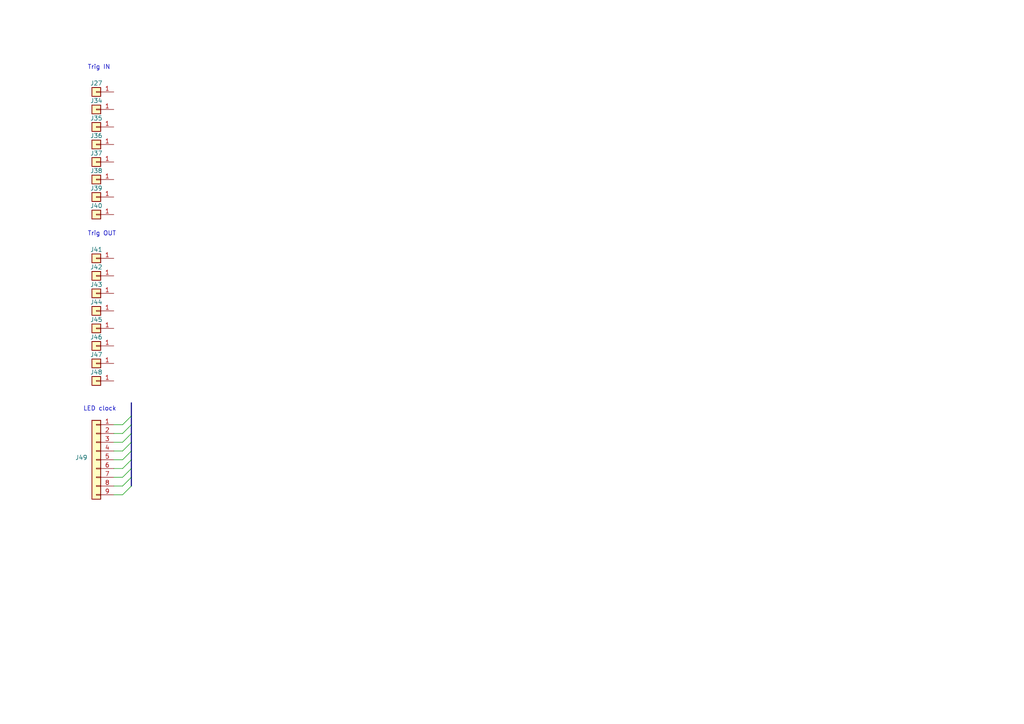
<source format=kicad_sch>
(kicad_sch (version 20230121) (generator eeschema)

  (uuid 75caea83-c280-4a88-ae50-7316494c3ae9)

  (paper "A4")

  (lib_symbols
    (symbol "Connector_Generic:Conn_01x01" (pin_names (offset 1.016) hide) (in_bom yes) (on_board yes)
      (property "Reference" "J" (at 0 2.54 0)
        (effects (font (size 1.27 1.27)))
      )
      (property "Value" "Conn_01x01" (at 0 -2.54 0)
        (effects (font (size 1.27 1.27)))
      )
      (property "Footprint" "" (at 0 0 0)
        (effects (font (size 1.27 1.27)) hide)
      )
      (property "Datasheet" "~" (at 0 0 0)
        (effects (font (size 1.27 1.27)) hide)
      )
      (property "ki_keywords" "connector" (at 0 0 0)
        (effects (font (size 1.27 1.27)) hide)
      )
      (property "ki_description" "Generic connector, single row, 01x01, script generated (kicad-library-utils/schlib/autogen/connector/)" (at 0 0 0)
        (effects (font (size 1.27 1.27)) hide)
      )
      (property "ki_fp_filters" "Connector*:*_1x??_*" (at 0 0 0)
        (effects (font (size 1.27 1.27)) hide)
      )
      (symbol "Conn_01x01_1_1"
        (rectangle (start -1.27 0.127) (end 0 -0.127)
          (stroke (width 0.1524) (type default))
          (fill (type none))
        )
        (rectangle (start -1.27 1.27) (end 1.27 -1.27)
          (stroke (width 0.254) (type default))
          (fill (type background))
        )
        (pin passive line (at -5.08 0 0) (length 3.81)
          (name "Pin_1" (effects (font (size 1.27 1.27))))
          (number "1" (effects (font (size 1.27 1.27))))
        )
      )
    )
    (symbol "Connector_Generic:Conn_01x09" (pin_names (offset 1.016) hide) (in_bom yes) (on_board yes)
      (property "Reference" "J" (at 0 12.7 0)
        (effects (font (size 1.27 1.27)))
      )
      (property "Value" "Conn_01x09" (at 0 -12.7 0)
        (effects (font (size 1.27 1.27)))
      )
      (property "Footprint" "" (at 0 0 0)
        (effects (font (size 1.27 1.27)) hide)
      )
      (property "Datasheet" "~" (at 0 0 0)
        (effects (font (size 1.27 1.27)) hide)
      )
      (property "ki_keywords" "connector" (at 0 0 0)
        (effects (font (size 1.27 1.27)) hide)
      )
      (property "ki_description" "Generic connector, single row, 01x09, script generated (kicad-library-utils/schlib/autogen/connector/)" (at 0 0 0)
        (effects (font (size 1.27 1.27)) hide)
      )
      (property "ki_fp_filters" "Connector*:*_1x??_*" (at 0 0 0)
        (effects (font (size 1.27 1.27)) hide)
      )
      (symbol "Conn_01x09_1_1"
        (rectangle (start -1.27 -10.033) (end 0 -10.287)
          (stroke (width 0.1524) (type default))
          (fill (type none))
        )
        (rectangle (start -1.27 -7.493) (end 0 -7.747)
          (stroke (width 0.1524) (type default))
          (fill (type none))
        )
        (rectangle (start -1.27 -4.953) (end 0 -5.207)
          (stroke (width 0.1524) (type default))
          (fill (type none))
        )
        (rectangle (start -1.27 -2.413) (end 0 -2.667)
          (stroke (width 0.1524) (type default))
          (fill (type none))
        )
        (rectangle (start -1.27 0.127) (end 0 -0.127)
          (stroke (width 0.1524) (type default))
          (fill (type none))
        )
        (rectangle (start -1.27 2.667) (end 0 2.413)
          (stroke (width 0.1524) (type default))
          (fill (type none))
        )
        (rectangle (start -1.27 5.207) (end 0 4.953)
          (stroke (width 0.1524) (type default))
          (fill (type none))
        )
        (rectangle (start -1.27 7.747) (end 0 7.493)
          (stroke (width 0.1524) (type default))
          (fill (type none))
        )
        (rectangle (start -1.27 10.287) (end 0 10.033)
          (stroke (width 0.1524) (type default))
          (fill (type none))
        )
        (rectangle (start -1.27 11.43) (end 1.27 -11.43)
          (stroke (width 0.254) (type default))
          (fill (type background))
        )
        (pin passive line (at -5.08 10.16 0) (length 3.81)
          (name "Pin_1" (effects (font (size 1.27 1.27))))
          (number "1" (effects (font (size 1.27 1.27))))
        )
        (pin passive line (at -5.08 7.62 0) (length 3.81)
          (name "Pin_2" (effects (font (size 1.27 1.27))))
          (number "2" (effects (font (size 1.27 1.27))))
        )
        (pin passive line (at -5.08 5.08 0) (length 3.81)
          (name "Pin_3" (effects (font (size 1.27 1.27))))
          (number "3" (effects (font (size 1.27 1.27))))
        )
        (pin passive line (at -5.08 2.54 0) (length 3.81)
          (name "Pin_4" (effects (font (size 1.27 1.27))))
          (number "4" (effects (font (size 1.27 1.27))))
        )
        (pin passive line (at -5.08 0 0) (length 3.81)
          (name "Pin_5" (effects (font (size 1.27 1.27))))
          (number "5" (effects (font (size 1.27 1.27))))
        )
        (pin passive line (at -5.08 -2.54 0) (length 3.81)
          (name "Pin_6" (effects (font (size 1.27 1.27))))
          (number "6" (effects (font (size 1.27 1.27))))
        )
        (pin passive line (at -5.08 -5.08 0) (length 3.81)
          (name "Pin_7" (effects (font (size 1.27 1.27))))
          (number "7" (effects (font (size 1.27 1.27))))
        )
        (pin passive line (at -5.08 -7.62 0) (length 3.81)
          (name "Pin_8" (effects (font (size 1.27 1.27))))
          (number "8" (effects (font (size 1.27 1.27))))
        )
        (pin passive line (at -5.08 -10.16 0) (length 3.81)
          (name "Pin_9" (effects (font (size 1.27 1.27))))
          (number "9" (effects (font (size 1.27 1.27))))
        )
      )
    )
  )


  (bus_entry (at 38.1 125.73) (size -2.54 2.54)
    (stroke (width 0) (type default))
    (uuid 3873a436-9da4-4cae-b182-16478e62c9f8)
  )
  (bus_entry (at 38.1 133.35) (size -2.54 2.54)
    (stroke (width 0) (type default))
    (uuid 418d431e-3be8-49f8-97e5-12e5e915abcf)
  )
  (bus_entry (at 38.1 130.81) (size -2.54 2.54)
    (stroke (width 0) (type default))
    (uuid 47c581c2-054a-4185-b072-f7d42b0e2451)
  )
  (bus_entry (at 38.1 120.65) (size -2.54 2.54)
    (stroke (width 0) (type default))
    (uuid 6bc0a050-8c19-44f5-8324-9677ce854e5e)
  )
  (bus_entry (at 38.1 128.27) (size -2.54 2.54)
    (stroke (width 0) (type default))
    (uuid 72c96c37-6c78-4133-bb18-b21fa0eb377f)
  )
  (bus_entry (at 38.1 140.97) (size -2.54 2.54)
    (stroke (width 0) (type default))
    (uuid a1d60845-3bce-45d6-981c-1dcb366b1c08)
  )
  (bus_entry (at 38.1 138.43) (size -2.54 2.54)
    (stroke (width 0) (type default))
    (uuid d7b6a6cc-78a0-42ad-ab42-5256ca18c5cd)
  )
  (bus_entry (at 38.1 123.19) (size -2.54 2.54)
    (stroke (width 0) (type default))
    (uuid f4346f97-8fc0-4051-b357-9b96a09f65c4)
  )
  (bus_entry (at 38.1 135.89) (size -2.54 2.54)
    (stroke (width 0) (type default))
    (uuid f63318c4-b6e8-4f83-98e8-24c2402c2691)
  )

  (bus (pts (xy 38.1 138.43) (xy 38.1 140.97))
    (stroke (width 0) (type default))
    (uuid 071c0c87-bddb-41bf-9ebf-c77432dceb85)
  )

  (wire (pts (xy 33.02 123.19) (xy 35.56 123.19))
    (stroke (width 0) (type default))
    (uuid 1826e409-a5b6-46b7-b45a-2dc0ad7c95d4)
  )
  (wire (pts (xy 33.02 128.27) (xy 35.56 128.27))
    (stroke (width 0) (type default))
    (uuid 22d45aa0-7bdb-4759-962c-621076611e0d)
  )
  (wire (pts (xy 33.02 140.97) (xy 35.56 140.97))
    (stroke (width 0) (type default))
    (uuid 3775c778-88aa-4b81-9ddc-d6051a2a75d5)
  )
  (wire (pts (xy 33.02 138.43) (xy 35.56 138.43))
    (stroke (width 0) (type default))
    (uuid 443e0509-bce7-4212-9291-77ca8f69a95c)
  )
  (bus (pts (xy 38.1 133.35) (xy 38.1 135.89))
    (stroke (width 0) (type default))
    (uuid 4819a1d2-8d9c-4970-900c-bd69cf0fb8d1)
  )

  (wire (pts (xy 33.02 130.81) (xy 35.56 130.81))
    (stroke (width 0) (type default))
    (uuid 5ddf2f9e-85cd-4eec-94dc-4d3c26375a09)
  )
  (wire (pts (xy 33.02 143.51) (xy 35.56 143.51))
    (stroke (width 0) (type default))
    (uuid 74695dd3-1cfc-4c59-b7bc-490373b5590b)
  )
  (bus (pts (xy 38.1 135.89) (xy 38.1 138.43))
    (stroke (width 0) (type default))
    (uuid 845e595b-ba04-465c-aa3e-80afe541040c)
  )

  (wire (pts (xy 33.02 133.35) (xy 35.56 133.35))
    (stroke (width 0) (type default))
    (uuid 84c93d6a-7acc-43a6-ab5b-c59ff521eb54)
  )
  (wire (pts (xy 33.02 125.73) (xy 35.56 125.73))
    (stroke (width 0) (type default))
    (uuid 946341f7-acde-4181-8bf7-39a6f01c42c5)
  )
  (bus (pts (xy 38.1 128.27) (xy 38.1 130.81))
    (stroke (width 0) (type default))
    (uuid a1f63661-18b8-4069-8340-52db63f49cae)
  )
  (bus (pts (xy 38.1 116.84) (xy 38.1 120.65))
    (stroke (width 0) (type default))
    (uuid b96b2ff9-fc41-454a-97d8-92b3f8c3bfcf)
  )
  (bus (pts (xy 38.1 120.65) (xy 38.1 123.19))
    (stroke (width 0) (type default))
    (uuid c7824da2-5415-49e8-abb1-9faed7aa7a7a)
  )
  (bus (pts (xy 38.1 125.73) (xy 38.1 128.27))
    (stroke (width 0) (type default))
    (uuid c9b10397-70c4-4846-8bee-af32e67813c2)
  )
  (bus (pts (xy 38.1 123.19) (xy 38.1 125.73))
    (stroke (width 0) (type default))
    (uuid cfeaafbd-e83a-458e-b041-16a81bd611c2)
  )
  (bus (pts (xy 38.1 130.81) (xy 38.1 133.35))
    (stroke (width 0) (type default))
    (uuid dcf46ce6-7a00-43ff-8297-6ac657e582b9)
  )

  (wire (pts (xy 33.02 135.89) (xy 35.56 135.89))
    (stroke (width 0) (type default))
    (uuid f5319a5f-2982-4034-b7e0-498eefeb9cac)
  )

  (text "Trig IN" (at 25.4 20.32 0)
    (effects (font (size 1.27 1.27)) (justify left bottom))
    (uuid 48b18c47-7650-49c8-b754-4e82334dd662)
  )
  (text "LED clock" (at 24.13 119.38 0)
    (effects (font (size 1.27 1.27)) (justify left bottom))
    (uuid 62611a8e-bd87-46a9-95a3-8505fd97a72e)
  )
  (text "Trig OUT" (at 25.4 68.58 0)
    (effects (font (size 1.27 1.27)) (justify left bottom))
    (uuid c6538138-7b77-4dca-8299-a09dcc3ef3ea)
  )

  (symbol (lib_id "Connector_Generic:Conn_01x01") (at 27.94 110.49 180) (unit 1)
    (in_bom yes) (on_board yes) (dnp no)
    (uuid 1ce3749e-5559-477c-900b-389458b821b7)
    (property "Reference" "J48" (at 27.94 107.95 0)
      (effects (font (size 1.27 1.27)))
    )
    (property "Value" "Conn_01x01" (at 27.94 107.95 0)
      (effects (font (size 1.27 1.27)) hide)
    )
    (property "Footprint" "" (at 27.94 110.49 0)
      (effects (font (size 1.27 1.27)) hide)
    )
    (property "Datasheet" "~" (at 27.94 110.49 0)
      (effects (font (size 1.27 1.27)) hide)
    )
    (pin "1" (uuid 12f992a9-2dc1-4d36-adbb-9c9b0687f293))
    (instances
      (project "dio_box"
        (path "/617a7c5d-26e4-40f1-8dc6-da0df3aa4d83/2a126c68-7bad-474c-bcd3-909e047e1c7b"
          (reference "J48") (unit 1)
        )
      )
    )
  )

  (symbol (lib_id "Connector_Generic:Conn_01x01") (at 27.94 52.07 180) (unit 1)
    (in_bom yes) (on_board yes) (dnp no)
    (uuid 287e197a-2571-4b48-9aaf-16aa1d1938d2)
    (property "Reference" "J38" (at 27.94 49.53 0)
      (effects (font (size 1.27 1.27)))
    )
    (property "Value" "Conn_01x01" (at 27.94 49.53 0)
      (effects (font (size 1.27 1.27)) hide)
    )
    (property "Footprint" "" (at 27.94 52.07 0)
      (effects (font (size 1.27 1.27)) hide)
    )
    (property "Datasheet" "~" (at 27.94 52.07 0)
      (effects (font (size 1.27 1.27)) hide)
    )
    (pin "1" (uuid 54a96b6f-2860-4184-9096-65c53eb3dc37))
    (instances
      (project "dio_box"
        (path "/617a7c5d-26e4-40f1-8dc6-da0df3aa4d83/2a126c68-7bad-474c-bcd3-909e047e1c7b"
          (reference "J38") (unit 1)
        )
      )
    )
  )

  (symbol (lib_id "Connector_Generic:Conn_01x01") (at 27.94 90.17 180) (unit 1)
    (in_bom yes) (on_board yes) (dnp no)
    (uuid 365f27cc-3148-44c1-abec-01e6fbf2dc12)
    (property "Reference" "J44" (at 27.94 87.63 0)
      (effects (font (size 1.27 1.27)))
    )
    (property "Value" "Conn_01x01" (at 27.94 87.63 0)
      (effects (font (size 1.27 1.27)) hide)
    )
    (property "Footprint" "" (at 27.94 90.17 0)
      (effects (font (size 1.27 1.27)) hide)
    )
    (property "Datasheet" "~" (at 27.94 90.17 0)
      (effects (font (size 1.27 1.27)) hide)
    )
    (pin "1" (uuid 77b5d6af-c7f0-41ec-a644-fbb8b24a7e8a))
    (instances
      (project "dio_box"
        (path "/617a7c5d-26e4-40f1-8dc6-da0df3aa4d83/2a126c68-7bad-474c-bcd3-909e047e1c7b"
          (reference "J44") (unit 1)
        )
      )
    )
  )

  (symbol (lib_id "Connector_Generic:Conn_01x01") (at 27.94 41.91 180) (unit 1)
    (in_bom yes) (on_board yes) (dnp no)
    (uuid 4d3ec8cd-c3de-4ba2-9457-37ec16839f9b)
    (property "Reference" "J36" (at 27.94 39.37 0)
      (effects (font (size 1.27 1.27)))
    )
    (property "Value" "Conn_01x01" (at 27.94 39.37 0)
      (effects (font (size 1.27 1.27)) hide)
    )
    (property "Footprint" "" (at 27.94 41.91 0)
      (effects (font (size 1.27 1.27)) hide)
    )
    (property "Datasheet" "~" (at 27.94 41.91 0)
      (effects (font (size 1.27 1.27)) hide)
    )
    (pin "1" (uuid 4767d827-1060-4033-93cb-087861fc05f7))
    (instances
      (project "dio_box"
        (path "/617a7c5d-26e4-40f1-8dc6-da0df3aa4d83/2a126c68-7bad-474c-bcd3-909e047e1c7b"
          (reference "J36") (unit 1)
        )
      )
    )
  )

  (symbol (lib_id "Connector_Generic:Conn_01x01") (at 27.94 31.75 180) (unit 1)
    (in_bom yes) (on_board yes) (dnp no)
    (uuid 577fc2df-3b40-4bd5-afd6-7f249f10b5d3)
    (property "Reference" "J34" (at 27.94 29.21 0)
      (effects (font (size 1.27 1.27)))
    )
    (property "Value" "Conn_01x01" (at 27.94 29.21 0)
      (effects (font (size 1.27 1.27)) hide)
    )
    (property "Footprint" "" (at 27.94 31.75 0)
      (effects (font (size 1.27 1.27)) hide)
    )
    (property "Datasheet" "~" (at 27.94 31.75 0)
      (effects (font (size 1.27 1.27)) hide)
    )
    (pin "1" (uuid 5466e3dd-aafe-438a-80bc-47de89b77fef))
    (instances
      (project "dio_box"
        (path "/617a7c5d-26e4-40f1-8dc6-da0df3aa4d83/2a126c68-7bad-474c-bcd3-909e047e1c7b"
          (reference "J34") (unit 1)
        )
      )
    )
  )

  (symbol (lib_id "Connector_Generic:Conn_01x01") (at 27.94 100.33 180) (unit 1)
    (in_bom yes) (on_board yes) (dnp no)
    (uuid 7496c879-ea3c-49e2-a4f7-1964b77cccf9)
    (property "Reference" "J46" (at 27.94 97.79 0)
      (effects (font (size 1.27 1.27)))
    )
    (property "Value" "Conn_01x01" (at 27.94 97.79 0)
      (effects (font (size 1.27 1.27)) hide)
    )
    (property "Footprint" "" (at 27.94 100.33 0)
      (effects (font (size 1.27 1.27)) hide)
    )
    (property "Datasheet" "~" (at 27.94 100.33 0)
      (effects (font (size 1.27 1.27)) hide)
    )
    (pin "1" (uuid 73b08557-4d89-4bfb-8f4f-cad9118e0e8d))
    (instances
      (project "dio_box"
        (path "/617a7c5d-26e4-40f1-8dc6-da0df3aa4d83/2a126c68-7bad-474c-bcd3-909e047e1c7b"
          (reference "J46") (unit 1)
        )
      )
    )
  )

  (symbol (lib_id "Connector_Generic:Conn_01x01") (at 27.94 95.25 180) (unit 1)
    (in_bom yes) (on_board yes) (dnp no)
    (uuid 87fd4b53-46b7-467c-a26d-7631496b6bb7)
    (property "Reference" "J45" (at 27.94 92.71 0)
      (effects (font (size 1.27 1.27)))
    )
    (property "Value" "Conn_01x01" (at 27.94 92.71 0)
      (effects (font (size 1.27 1.27)) hide)
    )
    (property "Footprint" "" (at 27.94 95.25 0)
      (effects (font (size 1.27 1.27)) hide)
    )
    (property "Datasheet" "~" (at 27.94 95.25 0)
      (effects (font (size 1.27 1.27)) hide)
    )
    (pin "1" (uuid 33ec0436-51f9-439c-88b4-d50d3b2d06d3))
    (instances
      (project "dio_box"
        (path "/617a7c5d-26e4-40f1-8dc6-da0df3aa4d83/2a126c68-7bad-474c-bcd3-909e047e1c7b"
          (reference "J45") (unit 1)
        )
      )
    )
  )

  (symbol (lib_id "Connector_Generic:Conn_01x01") (at 27.94 36.83 180) (unit 1)
    (in_bom yes) (on_board yes) (dnp no)
    (uuid 90f26b25-1879-4cc6-8932-e40daeec902f)
    (property "Reference" "J35" (at 27.94 34.29 0)
      (effects (font (size 1.27 1.27)))
    )
    (property "Value" "Conn_01x01" (at 27.94 34.29 0)
      (effects (font (size 1.27 1.27)) hide)
    )
    (property "Footprint" "" (at 27.94 36.83 0)
      (effects (font (size 1.27 1.27)) hide)
    )
    (property "Datasheet" "~" (at 27.94 36.83 0)
      (effects (font (size 1.27 1.27)) hide)
    )
    (pin "1" (uuid 2c4ddbcf-0a53-4f68-9405-755beb790154))
    (instances
      (project "dio_box"
        (path "/617a7c5d-26e4-40f1-8dc6-da0df3aa4d83/2a126c68-7bad-474c-bcd3-909e047e1c7b"
          (reference "J35") (unit 1)
        )
      )
    )
  )

  (symbol (lib_id "Connector_Generic:Conn_01x01") (at 27.94 74.93 180) (unit 1)
    (in_bom yes) (on_board yes) (dnp no)
    (uuid 9877d8b7-65ab-469a-b253-3e228a8921c4)
    (property "Reference" "J41" (at 27.94 72.39 0)
      (effects (font (size 1.27 1.27)))
    )
    (property "Value" "Conn_01x01" (at 27.94 72.39 0)
      (effects (font (size 1.27 1.27)) hide)
    )
    (property "Footprint" "" (at 27.94 74.93 0)
      (effects (font (size 1.27 1.27)) hide)
    )
    (property "Datasheet" "~" (at 27.94 74.93 0)
      (effects (font (size 1.27 1.27)) hide)
    )
    (pin "1" (uuid 2cb8b336-18b2-40ee-9331-0035b896f7f8))
    (instances
      (project "dio_box"
        (path "/617a7c5d-26e4-40f1-8dc6-da0df3aa4d83/2a126c68-7bad-474c-bcd3-909e047e1c7b"
          (reference "J41") (unit 1)
        )
      )
    )
  )

  (symbol (lib_id "Connector_Generic:Conn_01x01") (at 27.94 57.15 180) (unit 1)
    (in_bom yes) (on_board yes) (dnp no)
    (uuid 9a36471a-1fe5-41cb-bf7b-fc6d2d5a1f64)
    (property "Reference" "J39" (at 27.94 54.61 0)
      (effects (font (size 1.27 1.27)))
    )
    (property "Value" "Conn_01x01" (at 27.94 54.61 0)
      (effects (font (size 1.27 1.27)) hide)
    )
    (property "Footprint" "" (at 27.94 57.15 0)
      (effects (font (size 1.27 1.27)) hide)
    )
    (property "Datasheet" "~" (at 27.94 57.15 0)
      (effects (font (size 1.27 1.27)) hide)
    )
    (pin "1" (uuid 24693b67-25fd-4941-9ea6-068196af4469))
    (instances
      (project "dio_box"
        (path "/617a7c5d-26e4-40f1-8dc6-da0df3aa4d83/2a126c68-7bad-474c-bcd3-909e047e1c7b"
          (reference "J39") (unit 1)
        )
      )
    )
  )

  (symbol (lib_id "Connector_Generic:Conn_01x01") (at 27.94 85.09 180) (unit 1)
    (in_bom yes) (on_board yes) (dnp no)
    (uuid b8b47cb0-e7d3-412e-9087-ff8904d98670)
    (property "Reference" "J43" (at 27.94 82.55 0)
      (effects (font (size 1.27 1.27)))
    )
    (property "Value" "Conn_01x01" (at 27.94 82.55 0)
      (effects (font (size 1.27 1.27)) hide)
    )
    (property "Footprint" "" (at 27.94 85.09 0)
      (effects (font (size 1.27 1.27)) hide)
    )
    (property "Datasheet" "~" (at 27.94 85.09 0)
      (effects (font (size 1.27 1.27)) hide)
    )
    (pin "1" (uuid fea8245f-db78-4f33-b736-d314e8bf0498))
    (instances
      (project "dio_box"
        (path "/617a7c5d-26e4-40f1-8dc6-da0df3aa4d83/2a126c68-7bad-474c-bcd3-909e047e1c7b"
          (reference "J43") (unit 1)
        )
      )
    )
  )

  (symbol (lib_id "Connector_Generic:Conn_01x01") (at 27.94 105.41 180) (unit 1)
    (in_bom yes) (on_board yes) (dnp no)
    (uuid bb769aae-13dd-4132-a21a-f7ff018edb16)
    (property "Reference" "J47" (at 27.94 102.87 0)
      (effects (font (size 1.27 1.27)))
    )
    (property "Value" "Conn_01x01" (at 27.94 102.87 0)
      (effects (font (size 1.27 1.27)) hide)
    )
    (property "Footprint" "" (at 27.94 105.41 0)
      (effects (font (size 1.27 1.27)) hide)
    )
    (property "Datasheet" "~" (at 27.94 105.41 0)
      (effects (font (size 1.27 1.27)) hide)
    )
    (pin "1" (uuid bba4dfea-297b-4d23-b4ef-bff0b037c27d))
    (instances
      (project "dio_box"
        (path "/617a7c5d-26e4-40f1-8dc6-da0df3aa4d83/2a126c68-7bad-474c-bcd3-909e047e1c7b"
          (reference "J47") (unit 1)
        )
      )
    )
  )

  (symbol (lib_id "Connector_Generic:Conn_01x01") (at 27.94 26.67 180) (unit 1)
    (in_bom yes) (on_board yes) (dnp no)
    (uuid bb7b5cd2-185e-4253-88d4-4e33b3f720bb)
    (property "Reference" "J27" (at 27.94 24.13 0)
      (effects (font (size 1.27 1.27)))
    )
    (property "Value" "Conn_01x01" (at 27.94 24.13 0)
      (effects (font (size 1.27 1.27)) hide)
    )
    (property "Footprint" "" (at 27.94 26.67 0)
      (effects (font (size 1.27 1.27)) hide)
    )
    (property "Datasheet" "~" (at 27.94 26.67 0)
      (effects (font (size 1.27 1.27)) hide)
    )
    (pin "1" (uuid 5537a27e-9b51-4615-ae1a-58131afe723b))
    (instances
      (project "dio_box"
        (path "/617a7c5d-26e4-40f1-8dc6-da0df3aa4d83/2a126c68-7bad-474c-bcd3-909e047e1c7b"
          (reference "J27") (unit 1)
        )
      )
    )
  )

  (symbol (lib_id "Connector_Generic:Conn_01x01") (at 27.94 80.01 180) (unit 1)
    (in_bom yes) (on_board yes) (dnp no)
    (uuid c9f64b28-a551-4919-ae7e-060937db9895)
    (property "Reference" "J42" (at 27.94 77.47 0)
      (effects (font (size 1.27 1.27)))
    )
    (property "Value" "Conn_01x01" (at 27.94 77.47 0)
      (effects (font (size 1.27 1.27)) hide)
    )
    (property "Footprint" "" (at 27.94 80.01 0)
      (effects (font (size 1.27 1.27)) hide)
    )
    (property "Datasheet" "~" (at 27.94 80.01 0)
      (effects (font (size 1.27 1.27)) hide)
    )
    (pin "1" (uuid 62498bd6-047a-4a9e-949a-a0fcc117314a))
    (instances
      (project "dio_box"
        (path "/617a7c5d-26e4-40f1-8dc6-da0df3aa4d83/2a126c68-7bad-474c-bcd3-909e047e1c7b"
          (reference "J42") (unit 1)
        )
      )
    )
  )

  (symbol (lib_id "Connector_Generic:Conn_01x09") (at 27.94 133.35 0) (mirror y) (unit 1)
    (in_bom yes) (on_board yes) (dnp no)
    (uuid d53b7cf6-c8d3-4bad-b909-48de5089dc0e)
    (property "Reference" "J49" (at 25.4 132.715 0)
      (effects (font (size 1.27 1.27)) (justify left))
    )
    (property "Value" "Conn_01x09" (at 25.4 135.255 0)
      (effects (font (size 1.27 1.27)) (justify left) hide)
    )
    (property "Footprint" "" (at 27.94 133.35 0)
      (effects (font (size 1.27 1.27)) hide)
    )
    (property "Datasheet" "~" (at 27.94 133.35 0)
      (effects (font (size 1.27 1.27)) hide)
    )
    (pin "1" (uuid 387f922f-ce21-4b06-a4b3-7dc01d64799b))
    (pin "2" (uuid 0c33eb46-fb32-41c4-b97f-60668897f09e))
    (pin "3" (uuid 6eb51491-bfeb-4a16-8e44-481c6c438e8a))
    (pin "4" (uuid 0d0adc22-e780-4bc7-959a-88f02a32774b))
    (pin "5" (uuid 20908a55-9a79-4e3a-9aca-252f0e1b5ccb))
    (pin "6" (uuid f8666468-d4ea-464e-8e28-82188aae66b6))
    (pin "7" (uuid 561fb214-3adc-4a9e-b2b1-2d0b676b7d16))
    (pin "8" (uuid 3524e9cd-4874-4fdc-b184-65125591d895))
    (pin "9" (uuid c471735d-ebd8-4467-a322-b63a9488a615))
    (instances
      (project "dio_box"
        (path "/617a7c5d-26e4-40f1-8dc6-da0df3aa4d83/2a126c68-7bad-474c-bcd3-909e047e1c7b"
          (reference "J49") (unit 1)
        )
      )
    )
  )

  (symbol (lib_id "Connector_Generic:Conn_01x01") (at 27.94 62.23 180) (unit 1)
    (in_bom yes) (on_board yes) (dnp no)
    (uuid d8ae1403-50fb-4f11-94c3-b3c969fc55aa)
    (property "Reference" "J40" (at 27.94 59.69 0)
      (effects (font (size 1.27 1.27)))
    )
    (property "Value" "Conn_01x01" (at 27.94 59.69 0)
      (effects (font (size 1.27 1.27)) hide)
    )
    (property "Footprint" "" (at 27.94 62.23 0)
      (effects (font (size 1.27 1.27)) hide)
    )
    (property "Datasheet" "~" (at 27.94 62.23 0)
      (effects (font (size 1.27 1.27)) hide)
    )
    (pin "1" (uuid 6cb95f5b-ae95-4b19-9ac5-52e72736f4fc))
    (instances
      (project "dio_box"
        (path "/617a7c5d-26e4-40f1-8dc6-da0df3aa4d83/2a126c68-7bad-474c-bcd3-909e047e1c7b"
          (reference "J40") (unit 1)
        )
      )
    )
  )

  (symbol (lib_id "Connector_Generic:Conn_01x01") (at 27.94 46.99 180) (unit 1)
    (in_bom yes) (on_board yes) (dnp no)
    (uuid f2c60a8d-445c-4429-817a-ef9cebb43bff)
    (property "Reference" "J37" (at 27.94 44.45 0)
      (effects (font (size 1.27 1.27)))
    )
    (property "Value" "Conn_01x01" (at 27.94 44.45 0)
      (effects (font (size 1.27 1.27)) hide)
    )
    (property "Footprint" "" (at 27.94 46.99 0)
      (effects (font (size 1.27 1.27)) hide)
    )
    (property "Datasheet" "~" (at 27.94 46.99 0)
      (effects (font (size 1.27 1.27)) hide)
    )
    (pin "1" (uuid 22cc0d5f-9889-468a-9a72-99c3f20a39cf))
    (instances
      (project "dio_box"
        (path "/617a7c5d-26e4-40f1-8dc6-da0df3aa4d83/2a126c68-7bad-474c-bcd3-909e047e1c7b"
          (reference "J37") (unit 1)
        )
      )
    )
  )
)

</source>
